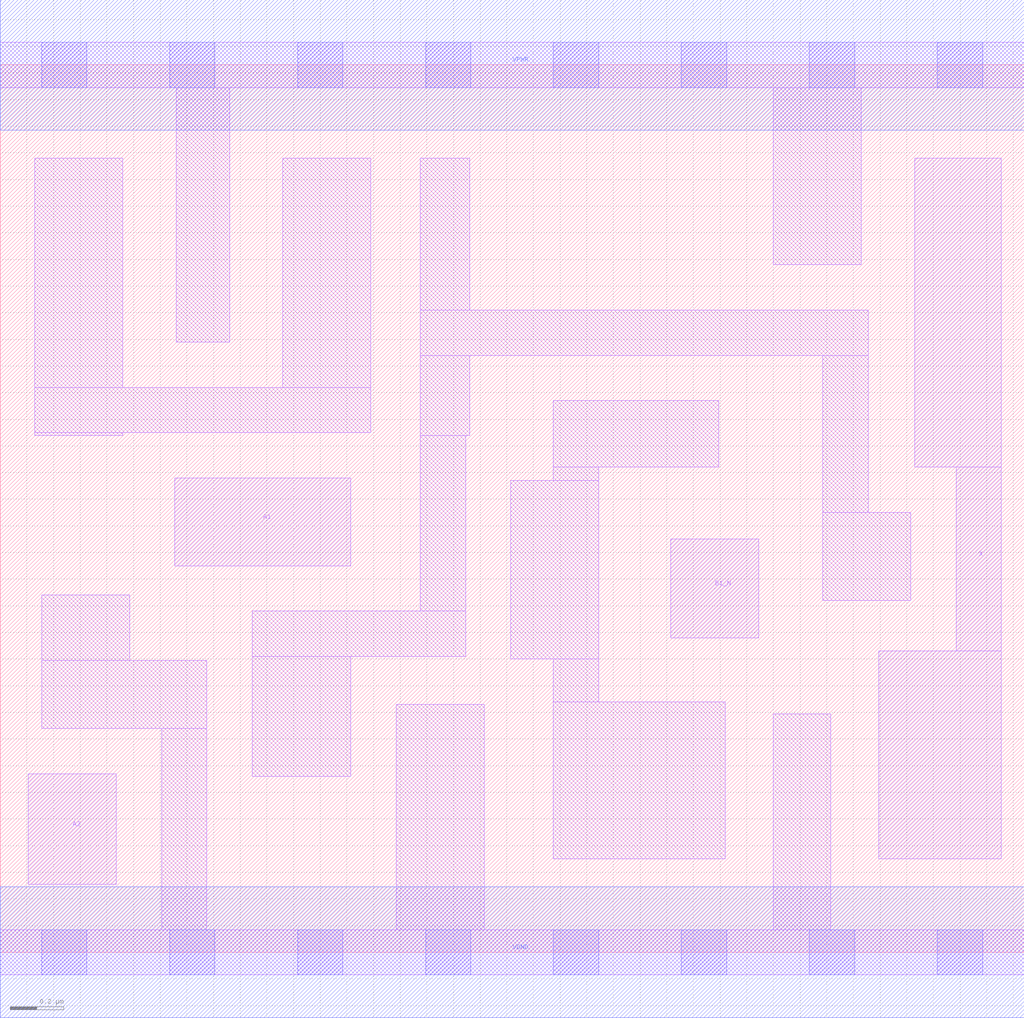
<source format=lef>
# Copyright 2020 The SkyWater PDK Authors
#
# Licensed under the Apache License, Version 2.0 (the "License");
# you may not use this file except in compliance with the License.
# You may obtain a copy of the License at
#
#     https://www.apache.org/licenses/LICENSE-2.0
#
# Unless required by applicable law or agreed to in writing, software
# distributed under the License is distributed on an "AS IS" BASIS,
# WITHOUT WARRANTIES OR CONDITIONS OF ANY KIND, either express or implied.
# See the License for the specific language governing permissions and
# limitations under the License.
#
# SPDX-License-Identifier: Apache-2.0

VERSION 5.7 ;
  NAMESCASESENSITIVE ON ;
  NOWIREEXTENSIONATPIN ON ;
  DIVIDERCHAR "/" ;
  BUSBITCHARS "[]" ;
UNITS
  DATABASE MICRONS 200 ;
END UNITS
MACRO sky130_fd_sc_ls__a21bo_1
  CLASS CORE ;
  SOURCE USER ;
  FOREIGN sky130_fd_sc_ls__a21bo_1 ;
  ORIGIN  0.000000  0.000000 ;
  SIZE  3.840000 BY  3.330000 ;
  SYMMETRY X Y ;
  SITE unit ;
  PIN A1
    ANTENNAGATEAREA  0.246000 ;
    DIRECTION INPUT ;
    USE SIGNAL ;
    PORT
      LAYER li1 ;
        RECT 0.655000 1.450000 1.315000 1.780000 ;
    END
  END A1
  PIN A2
    ANTENNAGATEAREA  0.246000 ;
    DIRECTION INPUT ;
    USE SIGNAL ;
    PORT
      LAYER li1 ;
        RECT 0.105000 0.255000 0.435000 0.670000 ;
    END
  END A2
  PIN B1_N
    ANTENNAGATEAREA  0.208500 ;
    DIRECTION INPUT ;
    USE SIGNAL ;
    PORT
      LAYER li1 ;
        RECT 2.515000 1.180000 2.845000 1.550000 ;
    END
  END B1_N
  PIN X
    ANTENNADIFFAREA  0.504100 ;
    DIRECTION OUTPUT ;
    USE SIGNAL ;
    PORT
      LAYER li1 ;
        RECT 3.295000 0.350000 3.755000 1.130000 ;
        RECT 3.430000 1.820000 3.755000 2.980000 ;
        RECT 3.585000 1.130000 3.755000 1.820000 ;
    END
  END X
  PIN VGND
    DIRECTION INOUT ;
    SHAPE ABUTMENT ;
    USE GROUND ;
    PORT
      LAYER met1 ;
        RECT 0.000000 -0.245000 3.840000 0.245000 ;
    END
  END VGND
  PIN VPWR
    DIRECTION INOUT ;
    SHAPE ABUTMENT ;
    USE POWER ;
    PORT
      LAYER met1 ;
        RECT 0.000000 3.085000 3.840000 3.575000 ;
    END
  END VPWR
  OBS
    LAYER li1 ;
      RECT 0.000000 -0.085000 3.840000 0.085000 ;
      RECT 0.000000  3.245000 3.840000 3.415000 ;
      RECT 0.130000  1.940000 0.460000 1.950000 ;
      RECT 0.130000  1.950000 1.390000 2.120000 ;
      RECT 0.130000  2.120000 0.460000 2.980000 ;
      RECT 0.155000  0.840000 0.775000 1.095000 ;
      RECT 0.155000  1.095000 0.485000 1.340000 ;
      RECT 0.605000  0.085000 0.775000 0.840000 ;
      RECT 0.660000  2.290000 0.860000 3.245000 ;
      RECT 0.945000  0.660000 1.315000 1.110000 ;
      RECT 0.945000  1.110000 1.745000 1.280000 ;
      RECT 1.060000  2.120000 1.390000 2.980000 ;
      RECT 1.485000  0.085000 1.815000 0.930000 ;
      RECT 1.575000  1.280000 1.745000 1.940000 ;
      RECT 1.575000  1.940000 1.760000 2.240000 ;
      RECT 1.575000  2.240000 3.255000 2.410000 ;
      RECT 1.575000  2.410000 1.760000 2.980000 ;
      RECT 1.915000  1.100000 2.245000 1.770000 ;
      RECT 2.075000  0.350000 2.720000 0.940000 ;
      RECT 2.075000  0.940000 2.245000 1.100000 ;
      RECT 2.075000  1.770000 2.245000 1.820000 ;
      RECT 2.075000  1.820000 2.695000 2.070000 ;
      RECT 2.900000  0.085000 3.115000 0.895000 ;
      RECT 2.900000  2.580000 3.230000 3.245000 ;
      RECT 3.085000  1.320000 3.415000 1.650000 ;
      RECT 3.085000  1.650000 3.255000 2.240000 ;
    LAYER mcon ;
      RECT 0.155000 -0.085000 0.325000 0.085000 ;
      RECT 0.155000  3.245000 0.325000 3.415000 ;
      RECT 0.635000 -0.085000 0.805000 0.085000 ;
      RECT 0.635000  3.245000 0.805000 3.415000 ;
      RECT 1.115000 -0.085000 1.285000 0.085000 ;
      RECT 1.115000  3.245000 1.285000 3.415000 ;
      RECT 1.595000 -0.085000 1.765000 0.085000 ;
      RECT 1.595000  3.245000 1.765000 3.415000 ;
      RECT 2.075000 -0.085000 2.245000 0.085000 ;
      RECT 2.075000  3.245000 2.245000 3.415000 ;
      RECT 2.555000 -0.085000 2.725000 0.085000 ;
      RECT 2.555000  3.245000 2.725000 3.415000 ;
      RECT 3.035000 -0.085000 3.205000 0.085000 ;
      RECT 3.035000  3.245000 3.205000 3.415000 ;
      RECT 3.515000 -0.085000 3.685000 0.085000 ;
      RECT 3.515000  3.245000 3.685000 3.415000 ;
  END
END sky130_fd_sc_ls__a21bo_1
END LIBRARY

</source>
